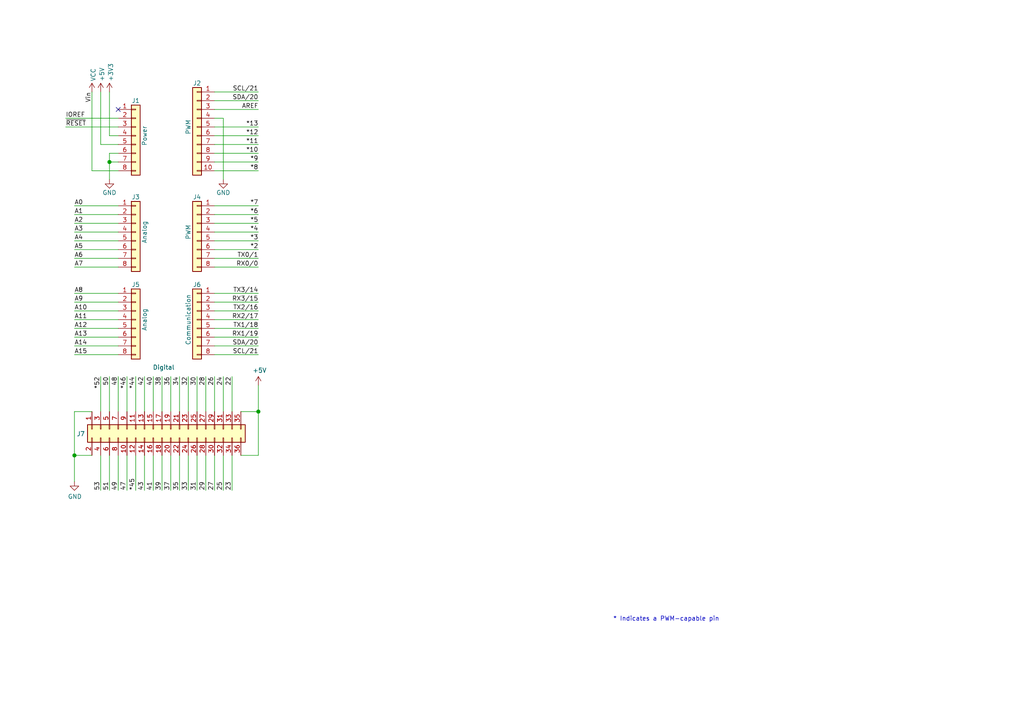
<source format=kicad_sch>
(kicad_sch (version 20231120) (generator "eeschema") (generator_version "8.0")
  (paper "A4")
  (title_block (date "mar. 31 mars 2015"))
  (lib_symbols
    (symbol "Connector_Generic:Conn_01x08" (pin_names (offset 1.016) hide)
      (property "Reference" "J" (at 0 10.16 0))
      (property "Value" "Conn_01x08" (at 0 -12.7 0))
      (symbol "Conn_01x08_1_1"
        (rectangle (start -1.27 -10.033) (end 0 -10.287) (stroke (width 0.1524)))
        (rectangle (start -1.27 -7.493) (end 0 -7.747) (stroke (width 0.1524)))
        (rectangle (start -1.27 -4.953) (end 0 -5.207) (stroke (width 0.1524)))
        (rectangle (start -1.27 -2.413) (end 0 -2.667) (stroke (width 0.1524)))
        (rectangle (start -1.27 0.127) (end 0 -0.127) (stroke (width 0.1524)))
        (rectangle (start -1.27 2.667) (end 0 2.413) (stroke (width 0.1524)))
        (rectangle (start -1.27 5.207) (end 0 4.953) (stroke (width 0.1524)))
        (rectangle (start -1.27 7.747) (end 0 7.493) (stroke (width 0.1524)))
        (rectangle (start -1.27 8.89) (end 1.27 -11.43) (stroke (width 0.254)) (fill (type background)))
        (pin passive line (at -5.08 7.62 0) (length 3.81) (name "Pin_1") (number "1"))
        (pin passive line (at -5.08 5.08 0) (length 3.81) (name "Pin_2") (number "2"))
        (pin passive line (at -5.08 2.54 0) (length 3.81) (name "Pin_3") (number "3"))
        (pin passive line (at -5.08 0 0) (length 3.81) (name "Pin_4") (number "4"))
        (pin passive line (at -5.08 -2.54 0) (length 3.81) (name "Pin_5") (number "5"))
        (pin passive line (at -5.08 -5.08 0) (length 3.81) (name "Pin_6") (number "6"))
        (pin passive line (at -5.08 -7.62 0) (length 3.81) (name "Pin_7") (number "7"))
        (pin passive line (at -5.08 -10.16 0) (length 3.81) (name "Pin_8") (number "8"))
      )
    )
    (symbol "Connector_Generic:Conn_01x10" (pin_names (offset 1.016) hide)
      (property "Reference" "J" (at 0 12.7 0))
      (property "Value" "Conn_01x10" (at 0 -15.24 0))
      (symbol "Conn_01x10_1_1"
        (rectangle (start -1.27 -12.573) (end 0 -12.827) (stroke (width 0.1524)))
        (rectangle (start -1.27 -10.033) (end 0 -10.287) (stroke (width 0.1524)))
        (rectangle (start -1.27 -7.493) (end 0 -7.747) (stroke (width 0.1524)))
        (rectangle (start -1.27 -4.953) (end 0 -5.207) (stroke (width 0.1524)))
        (rectangle (start -1.27 -2.413) (end 0 -2.667) (stroke (width 0.1524)))
        (rectangle (start -1.27 0.127) (end 0 -0.127) (stroke (width 0.1524)))
        (rectangle (start -1.27 2.667) (end 0 2.413) (stroke (width 0.1524)))
        (rectangle (start -1.27 5.207) (end 0 4.953) (stroke (width 0.1524)))
        (rectangle (start -1.27 7.747) (end 0 7.493) (stroke (width 0.1524)))
        (rectangle (start -1.27 10.287) (end 0 10.033) (stroke (width 0.1524)))
        (rectangle (start -1.27 11.43) (end 1.27 -13.97) (stroke (width 0.254)) (fill (type background)))
        (pin passive line (at -5.08 10.16 0) (length 3.81) (name "Pin_1") (number "1"))
        (pin passive line (at -5.08 -12.7 0) (length 3.81) (name "Pin_10") (number "10"))
        (pin passive line (at -5.08 7.62 0) (length 3.81) (name "Pin_2") (number "2"))
        (pin passive line (at -5.08 5.08 0) (length 3.81) (name "Pin_3") (number "3"))
        (pin passive line (at -5.08 2.54 0) (length 3.81) (name "Pin_4") (number "4"))
        (pin passive line (at -5.08 0 0) (length 3.81) (name "Pin_5") (number "5"))
        (pin passive line (at -5.08 -2.54 0) (length 3.81) (name "Pin_6") (number "6"))
        (pin passive line (at -5.08 -5.08 0) (length 3.81) (name "Pin_7") (number "7"))
        (pin passive line (at -5.08 -7.62 0) (length 3.81) (name "Pin_8") (number "8"))
        (pin passive line (at -5.08 -10.16 0) (length 3.81) (name "Pin_9") (number "9"))
      )
    )
    (symbol "Connector_Generic:Conn_02x18_Odd_Even" (pin_names (offset 1.016) hide)
      (property "Reference" "J" (at 1.27 22.86 0))
      (property "Value" "Conn_02x18_Odd_Even" (at 1.27 -25.4 0))
      (symbol "Conn_02x18_Odd_Even_1_1"
        (rectangle (start -1.27 -22.733) (end 0 -22.987) (stroke (width 0.1524)))
        (rectangle (start -1.27 -20.193) (end 0 -20.447) (stroke (width 0.1524)))
        (rectangle (start -1.27 -17.653) (end 0 -17.907) (stroke (width 0.1524)))
        (rectangle (start -1.27 -15.113) (end 0 -15.367) (stroke (width 0.1524)))
        (rectangle (start -1.27 -12.573) (end 0 -12.827) (stroke (width 0.1524)))
        (rectangle (start -1.27 -10.033) (end 0 -10.287) (stroke (width 0.1524)))
        (rectangle (start -1.27 -7.493) (end 0 -7.747) (stroke (width 0.1524)))
        (rectangle (start -1.27 -4.953) (end 0 -5.207) (stroke (width 0.1524)))
        (rectangle (start -1.27 -2.413) (end 0 -2.667) (stroke (width 0.1524)))
        (rectangle (start -1.27 0.127) (end 0 -0.127) (stroke (width 0.1524)))
        (rectangle (start -1.27 2.667) (end 0 2.413) (stroke (width 0.1524)))
        (rectangle (start -1.27 5.207) (end 0 4.953) (stroke (width 0.1524)))
        (rectangle (start -1.27 7.747) (end 0 7.493) (stroke (width 0.1524)))
        (rectangle (start -1.27 10.287) (end 0 10.033) (stroke (width 0.1524)))
        (rectangle (start -1.27 12.827) (end 0 12.573) (stroke (width 0.1524)))
        (rectangle (start -1.27 15.367) (end 0 15.113) (stroke (width 0.1524)))
        (rectangle (start -1.27 17.907) (end 0 17.653) (stroke (width 0.1524)))
        (rectangle (start -1.27 20.447) (end 0 20.193) (stroke (width 0.1524)))
        (rectangle (start -1.27 21.59) (end 3.81 -24.13) (stroke (width 0.254)) (fill (type background)))
        (rectangle (start 3.81 -22.733) (end 2.54 -22.987) (stroke (width 0.1524)))
        (rectangle (start 3.81 -20.193) (end 2.54 -20.447) (stroke (width 0.1524)))
        (rectangle (start 3.81 -17.653) (end 2.54 -17.907) (stroke (width 0.1524)))
        (rectangle (start 3.81 -15.113) (end 2.54 -15.367) (stroke (width 0.1524)))
        (rectangle (start 3.81 -12.573) (end 2.54 -12.827) (stroke (width 0.1524)))
        (rectangle (start 3.81 -10.033) (end 2.54 -10.287) (stroke (width 0.1524)))
        (rectangle (start 3.81 -7.493) (end 2.54 -7.747) (stroke (width 0.1524)))
        (rectangle (start 3.81 -4.953) (end 2.54 -5.207) (stroke (width 0.1524)))
        (rectangle (start 3.81 -2.413) (end 2.54 -2.667) (stroke (width 0.1524)))
        (rectangle (start 3.81 0.127) (end 2.54 -0.127) (stroke (width 0.1524)))
        (rectangle (start 3.81 2.667) (end 2.54 2.413) (stroke (width 0.1524)))
        (rectangle (start 3.81 5.207) (end 2.54 4.953) (stroke (width 0.1524)))
        (rectangle (start 3.81 7.747) (end 2.54 7.493) (stroke (width 0.1524)))
        (rectangle (start 3.81 10.287) (end 2.54 10.033) (stroke (width 0.1524)))
        (rectangle (start 3.81 12.827) (end 2.54 12.573) (stroke (width 0.1524)))
        (rectangle (start 3.81 15.367) (end 2.54 15.113) (stroke (width 0.1524)))
        (rectangle (start 3.81 17.907) (end 2.54 17.653) (stroke (width 0.1524)))
        (rectangle (start 3.81 20.447) (end 2.54 20.193) (stroke (width 0.1524)))
        (pin passive line (at -5.08 20.32 0) (length 3.81) (name "Pin_1") (number "1"))
        (pin passive line (at 7.62 10.16 180) (length 3.81) (name "Pin_10") (number "10"))
        (pin passive line (at -5.08 7.62 0) (length 3.81) (name "Pin_11") (number "11"))
        (pin passive line (at 7.62 7.62 180) (length 3.81) (name "Pin_12") (number "12"))
        (pin passive line (at -5.08 5.08 0) (length 3.81) (name "Pin_13") (number "13"))
        (pin passive line (at 7.62 5.08 180) (length 3.81) (name "Pin_14") (number "14"))
        (pin passive line (at -5.08 2.54 0) (length 3.81) (name "Pin_15") (number "15"))
        (pin passive line (at 7.62 2.54 180) (length 3.81) (name "Pin_16") (number "16"))
        (pin passive line (at -5.08 0 0) (length 3.81) (name "Pin_17") (number "17"))
        (pin passive line (at 7.62 0 180) (length 3.81) (name "Pin_18") (number "18"))
        (pin passive line (at -5.08 -2.54 0) (length 3.81) (name "Pin_19") (number "19"))
        (pin passive line (at 7.62 20.32 180) (length 3.81) (name "Pin_2") (number "2"))
        (pin passive line (at 7.62 -2.54 180) (length 3.81) (name "Pin_20") (number "20"))
        (pin passive line (at -5.08 -5.08 0) (length 3.81) (name "Pin_21") (number "21"))
        (pin passive line (at 7.62 -5.08 180) (length 3.81) (name "Pin_22") (number "22"))
        (pin passive line (at -5.08 -7.62 0) (length 3.81) (name "Pin_23") (number "23"))
        (pin passive line (at 7.62 -7.62 180) (length 3.81) (name "Pin_24") (number "24"))
        (pin passive line (at -5.08 -10.16 0) (length 3.81) (name "Pin_25") (number "25"))
        (pin passive line (at 7.62 -10.16 180) (length 3.81) (name "Pin_26") (number "26"))
        (pin passive line (at -5.08 -12.7 0) (length 3.81) (name "Pin_27") (number "27"))
        (pin passive line (at 7.62 -12.7 180) (length 3.81) (name "Pin_28") (number "28"))
        (pin passive line (at -5.08 -15.24 0) (length 3.81) (name "Pin_29") (number "29"))
        (pin passive line (at -5.08 17.78 0) (length 3.81) (name "Pin_3") (number "3"))
        (pin passive line (at 7.62 -15.24 180) (length 3.81) (name "Pin_30") (number "30"))
        (pin passive line (at -5.08 -17.78 0) (length 3.81) (name "Pin_31") (number "31"))
        (pin passive line (at 7.62 -17.78 180) (length 3.81) (name "Pin_32") (number "32"))
        (pin passive line (at -5.08 -20.32 0) (length 3.81) (name "Pin_33") (number "33"))
        (pin passive line (at 7.62 -20.32 180) (length 3.81) (name "Pin_34") (number "34"))
        (pin passive line (at -5.08 -22.86 0) (length 3.81) (name "Pin_35") (number "35"))
        (pin passive line (at 7.62 -22.86 180) (length 3.81) (name "Pin_36") (number "36"))
        (pin passive line (at 7.62 17.78 180) (length 3.81) (name "Pin_4") (number "4"))
        (pin passive line (at -5.08 15.24 0) (length 3.81) (name "Pin_5") (number "5"))
        (pin passive line (at 7.62 15.24 180) (length 3.81) (name "Pin_6") (number "6"))
        (pin passive line (at -5.08 12.7 0) (length 3.81) (name "Pin_7") (number "7"))
        (pin passive line (at 7.62 12.7 180) (length 3.81) (name "Pin_8") (number "8"))
        (pin passive line (at -5.08 10.16 0) (length 3.81) (name "Pin_9") (number "9"))
      )
    )
    (symbol "power:+3V3" (power) (pin_names (offset 0))
      (property "Value" "+3V3" (at 0 3.556 0))
      (symbol "+3V3_0_1"
        (polyline (pts (xy -0.762 1.27) (xy 0 2.54)))
        (polyline (pts (xy 0 0) (xy 0 2.54)))
        (polyline (pts (xy 0 2.54) (xy 0.762 1.27)))
      )
      (symbol "+3V3_1_1"
        (pin power_in line (at 0 0 90) (length 0) hide (name "+3V3") (number "1"))
      )
    )
    (symbol "power:+5V" (power) (pin_names (offset 0))
      (property "Value" "+5V" (at 0 3.556 0))
      (symbol "+5V_0_1"
        (polyline (pts (xy -0.762 1.27) (xy 0 2.54)))
        (polyline (pts (xy 0 0) (xy 0 2.54)))
        (polyline (pts (xy 0 2.54) (xy 0.762 1.27)))
      )
      (symbol "+5V_1_1"
        (pin power_in line (at 0 0 90) (length 0) hide (name "+5V") (number "1"))
      )
    )
    (symbol "power:GND" (power) (pin_names (offset 0))
      (property "Value" "GND" (at 0 -3.81 0))
      (symbol "GND_0_1"
        (polyline (pts (xy 0 0) (xy 0 -1.27) (xy 1.27 -1.27) (xy 0 -2.54) (xy -1.27 -1.27) (xy 0 -1.27)))
      )
      (symbol "GND_1_1"
        (pin power_in line (at 0 0 270) (length 0) hide (name "GND") (number "1"))
      )
    )
    (symbol "power:VCC" (power) (pin_names (offset 0))
      (property "Value" "VCC" (at 0 3.81 0))
      (symbol "VCC_0_1"
        (polyline (pts (xy -0.762 1.27) (xy 0 2.54)))
        (polyline (pts (xy 0 0) (xy 0 2.54)))
        (polyline (pts (xy 0 2.54) (xy 0.762 1.27)))
      )
      (symbol "VCC_1_1"
        (pin power_in line (at 0 0 90) (length 0) hide (name "VCC") (number "1"))
      )
    )
  )
  (junction (at 21.59 132.08) (diameter 1.016))
  (junction (at 31.75 46.99) (diameter 1.016))
  (junction (at 74.93 119.38) (diameter 1.016))
  (no_connect (at 34.29 31.75))
  (wire (pts (xy 62.23 77.47) (xy 74.93 77.47)))
  (wire (pts (xy 21.59 77.47) (xy 34.29 77.47)))
  (wire (pts (xy 62.23 44.45) (xy 74.93 44.45)))
  (wire (pts (xy 44.45 109.22) (xy 44.45 119.38)))
  (wire (pts (xy 62.23 26.67) (xy 74.93 26.67)))
  (wire (pts (xy 46.99 109.22) (xy 46.99 119.38)))
  (wire (pts (xy 74.93 119.38) (xy 74.93 132.08)))
  (wire (pts (xy 26.67 119.38) (xy 21.59 119.38)))
  (wire (pts (xy 62.23 90.17) (xy 74.93 90.17)))
  (wire (pts (xy 31.75 44.45) (xy 31.75 46.99)))
  (wire (pts (xy 49.53 132.08) (xy 49.53 142.24)))
  (wire (pts (xy 21.59 72.39) (xy 34.29 72.39)))
  (wire (pts (xy 54.61 109.22) (xy 54.61 119.38)))
  (wire (pts (xy 31.75 109.22) (xy 31.75 119.38)))
  (wire (pts (xy 67.31 109.22) (xy 67.31 119.38)))
  (wire (pts (xy 31.75 46.99) (xy 31.75 52.07)))
  (wire (pts (xy 62.23 132.08) (xy 62.23 142.24)))
  (wire (pts (xy 31.75 39.37) (xy 34.29 39.37)))
  (wire (pts (xy 41.91 109.22) (xy 41.91 119.38)))
  (wire (pts (xy 29.21 41.91) (xy 34.29 41.91)))
  (wire (pts (xy 52.07 132.08) (xy 52.07 142.24)))
  (wire (pts (xy 29.21 26.67) (xy 29.21 41.91)))
  (wire (pts (xy 21.59 102.87) (xy 34.29 102.87)))
  (wire (pts (xy 36.83 132.08) (xy 36.83 142.24)))
  (wire (pts (xy 59.69 132.08) (xy 59.69 142.24)))
  (wire (pts (xy 62.23 36.83) (xy 74.93 36.83)))
  (wire (pts (xy 31.75 26.67) (xy 31.75 39.37)))
  (wire (pts (xy 62.23 59.69) (xy 74.93 59.69)))
  (wire (pts (xy 34.29 59.69) (xy 21.59 59.69)))
  (wire (pts (xy 62.23 39.37) (xy 74.93 39.37)))
  (wire (pts (xy 34.29 100.33) (xy 21.59 100.33)))
  (wire (pts (xy 62.23 62.23) (xy 74.93 62.23)))
  (wire (pts (xy 62.23 97.79) (xy 74.93 97.79)))
  (wire (pts (xy 52.07 109.22) (xy 52.07 119.38)))
  (wire (pts (xy 21.59 119.38) (xy 21.59 132.08)))
  (wire (pts (xy 36.83 109.22) (xy 36.83 119.38)))
  (wire (pts (xy 26.67 132.08) (xy 21.59 132.08)))
  (wire (pts (xy 62.23 46.99) (xy 74.93 46.99)))
  (wire (pts (xy 59.69 109.22) (xy 59.69 119.38)))
  (wire (pts (xy 57.15 109.22) (xy 57.15 119.38)))
  (wire (pts (xy 39.37 132.08) (xy 39.37 142.24)))
  (wire (pts (xy 57.15 132.08) (xy 57.15 142.24)))
  (wire (pts (xy 34.29 132.08) (xy 34.29 142.24)))
  (wire (pts (xy 64.77 109.22) (xy 64.77 119.38)))
  (wire (pts (xy 62.23 67.31) (xy 74.93 67.31)))
  (wire (pts (xy 44.45 132.08) (xy 44.45 142.24)))
  (wire (pts (xy 39.37 109.22) (xy 39.37 119.38)))
  (wire (pts (xy 19.05 34.29) (xy 34.29 34.29)))
  (wire (pts (xy 62.23 87.63) (xy 74.93 87.63)))
  (wire (pts (xy 74.93 111.76) (xy 74.93 119.38)))
  (wire (pts (xy 64.77 34.29) (xy 64.77 52.07)))
  (wire (pts (xy 62.23 102.87) (xy 74.93 102.87)))
  (wire (pts (xy 62.23 31.75) (xy 74.93 31.75)))
  (wire (pts (xy 69.85 119.38) (xy 74.93 119.38)))
  (wire (pts (xy 62.23 95.25) (xy 74.93 95.25)))
  (wire (pts (xy 21.59 92.71) (xy 34.29 92.71)))
  (wire (pts (xy 34.29 64.77) (xy 21.59 64.77)))
  (wire (pts (xy 19.05 36.83) (xy 34.29 36.83)))
  (wire (pts (xy 62.23 85.09) (xy 74.93 85.09)))
  (wire (pts (xy 34.29 46.99) (xy 31.75 46.99)))
  (wire (pts (xy 34.29 49.53) (xy 26.67 49.53)))
  (wire (pts (xy 29.21 109.22) (xy 29.21 119.38)))
  (wire (pts (xy 21.59 62.23) (xy 34.29 62.23)))
  (wire (pts (xy 31.75 132.08) (xy 31.75 142.24)))
  (wire (pts (xy 54.61 132.08) (xy 54.61 142.24)))
  (wire (pts (xy 34.29 90.17) (xy 21.59 90.17)))
  (wire (pts (xy 29.21 132.08) (xy 29.21 142.24)))
  (wire (pts (xy 62.23 92.71) (xy 74.93 92.71)))
  (wire (pts (xy 62.23 34.29) (xy 64.77 34.29)))
  (wire (pts (xy 46.99 132.08) (xy 46.99 142.24)))
  (wire (pts (xy 34.29 44.45) (xy 31.75 44.45)))
  (wire (pts (xy 21.59 97.79) (xy 34.29 97.79)))
  (wire (pts (xy 62.23 109.22) (xy 62.23 119.38)))
  (wire (pts (xy 62.23 41.91) (xy 74.93 41.91)))
  (wire (pts (xy 49.53 109.22) (xy 49.53 119.38)))
  (wire (pts (xy 21.59 87.63) (xy 34.29 87.63)))
  (wire (pts (xy 62.23 64.77) (xy 74.93 64.77)))
  (wire (pts (xy 21.59 67.31) (xy 34.29 67.31)))
  (wire (pts (xy 34.29 109.22) (xy 34.29 119.38)))
  (wire (pts (xy 62.23 100.33) (xy 74.93 100.33)))
  (wire (pts (xy 74.93 132.08) (xy 69.85 132.08)))
  (wire (pts (xy 34.29 85.09) (xy 21.59 85.09)))
  (wire (pts (xy 67.31 132.08) (xy 67.31 142.24)))
  (wire (pts (xy 62.23 29.21) (xy 74.93 29.21)))
  (wire (pts (xy 64.77 132.08) (xy 64.77 142.24)))
  (wire (pts (xy 62.23 72.39) (xy 74.93 72.39)))
  (wire (pts (xy 62.23 69.85) (xy 74.93 69.85)))
  (wire (pts (xy 41.91 132.08) (xy 41.91 142.24)))
  (wire (pts (xy 62.23 74.93) (xy 74.93 74.93)))
  (wire (pts (xy 34.29 95.25) (xy 21.59 95.25)))
  (wire (pts (xy 26.67 49.53) (xy 26.67 26.67)))
  (wire (pts (xy 21.59 132.08) (xy 21.59 139.7)))
  (wire (pts (xy 34.29 74.93) (xy 21.59 74.93)))
  (wire (pts (xy 34.29 69.85) (xy 21.59 69.85)))
  (wire (pts (xy 62.23 49.53) (xy 74.93 49.53)))
  (text "* Indicates a PWM-capable pin" (at 177.8 180.34 0) (effects (font (size 1.27 1.27)) (justify left bottom)))
  (label "A10" (at 21.59 90.17 0))
  (label "RX0{slash}0" (at 74.93 77.47 180))
  (label "A15" (at 21.59 102.87 0))
  (label "A2" (at 21.59 64.77 0))
  (label "RX2{slash}17" (at 74.93 92.71 180))
  (label "*4" (at 74.93 67.31 180))
  (label "SDA{slash}20" (at 74.93 100.33 180))
  (label "26" (at 62.23 109.22 270))
  (label "31" (at 57.15 142.24 90))
  (label "22" (at 67.31 109.22 270))
  (label "33" (at 54.61 142.24 90))
  (label "36" (at 49.53 109.22 270))
  (label "*2" (at 74.93 72.39 180))
  (label "TX1{slash}18" (at 74.93 95.25 180))
  (label "*44" (at 39.37 109.22 270))
  (label "A3" (at 21.59 67.31 0))
  (label "*13" (at 74.93 36.83 180))
  (label "*52" (at 29.21 109.22 270))
  (label "*12" (at 74.93 39.37 180))
  (label "40" (at 44.45 109.22 270))
  (label "~{RESET}" (at 19.05 36.83 0))
  (label "35" (at 52.07 142.24 90))
  (label "*10" (at 74.93 44.45 180))
  (label "28" (at 59.69 109.22 270))
  (label "23" (at 67.31 142.24 90))
  (label "29" (at 59.69 142.24 90))
  (label "A13" (at 21.59 97.79 0))
  (label "41" (at 44.45 142.24 90))
  (label "30" (at 57.15 109.22 270))
  (label "47" (at 36.83 142.24 90))
  (label "34" (at 52.07 109.22 270))
  (label "*45" (at 39.37 142.24 90))
  (label "38" (at 46.99 109.22 270))
  (label "51" (at 31.75 142.24 90))
  (label "*7" (at 74.93 59.69 180))
  (label "SDA{slash}20" (at 74.93 29.21 180))
  (label "*8" (at 74.93 49.53 180))
  (label "A9" (at 21.59 87.63 0))
  (label "*11" (at 74.93 41.91 180))
  (label "*3" (at 74.93 69.85 180))
  (label "A6" (at 21.59 74.93 0))
  (label "42" (at 41.91 109.22 270))
  (label "A1" (at 21.59 62.23 0))
  (label "53" (at 29.21 142.24 90))
  (label "TX0{slash}1" (at 74.93 74.93 180))
  (label "24" (at 64.77 109.22 270))
  (label "RX1{slash}19" (at 74.93 97.79 180))
  (label "A0" (at 21.59 59.69 0))
  (label "AREF" (at 74.93 31.75 180))
  (label "A14" (at 21.59 100.33 0))
  (label "39" (at 46.99 142.24 90))
  (label "A8" (at 21.59 85.09 0))
  (label "Vin" (at 26.67 26.67 270))
  (label "27" (at 62.23 142.24 90))
  (label "37" (at 49.53 142.24 90))
  (label "25" (at 64.77 142.24 90))
  (label "*6" (at 74.93 62.23 180))
  (label "*46" (at 36.83 109.22 270))
  (label "SCL{slash}21" (at 74.93 26.67 180))
  (label "*9" (at 74.93 46.99 180))
  (label "50" (at 31.75 109.22 270))
  (label "TX2{slash}16" (at 74.93 90.17 180))
  (label "*5" (at 74.93 64.77 180))
  (label "IOREF" (at 19.05 34.29 0))
  (label "A7" (at 21.59 77.47 0))
  (label "A11" (at 21.59 92.71 0))
  (label "A4" (at 21.59 69.85 0))
  (label "49" (at 34.29 142.24 90))
  (label "A5" (at 21.59 72.39 0))
  (label "RX3{slash}15" (at 74.93 87.63 180))
  (label "TX3{slash}14" (at 74.93 85.09 180))
  (label "32" (at 54.61 109.22 270))
  (label "43" (at 41.91 142.24 90))
  (label "A12" (at 21.59 95.25 0))
  (label "SCL{slash}21" (at 74.93 102.87 180))
  (label "48" (at 34.29 109.22 270))
  (symbol (lib_id "Connector_Generic:Conn_01x08") (at 39.37 39.37 0) (unit 1)
    (property "Reference" "J1" (at 39.37 29.21 0))
    (property "Value" "Power" (at 41.91 39.37 90))
    (property "Footprint" "Connector_PinSocket_2.54mm:PinSocket_1x08_P2.54mm_Vertical" (effects (hide yes)))
  )
  (symbol (lib_id "power:+3V3") (at 31.75 26.67 0) (unit 1)
    (property "Reference" "#PWR03" (effects (hide yes)))
    (property "Value" "+3V3" (at 32.131 23.622 90) (effects (justify left)))
  )
  (symbol (lib_id "power:+5V") (at 29.21 26.67 0) (unit 1)
    (property "Reference" "#PWR02" (effects (hide yes)))
    (property "Value" "+5V" (at 29.5656 23.622 90) (effects (justify left)))
  )
  (symbol (lib_id "power:GND") (at 31.75 52.07 0) (unit 1)
    (property "Reference" "#PWR04" (effects (hide yes)))
    (property "Value" "GND" (at 31.75 55.88 0))
  )
  (symbol (lib_id "Connector_Generic:Conn_01x10") (at 57.15 36.83 0) (mirror y) (unit 1)
    (property "Reference" "J2" (at 57.15 24.13 0))
    (property "Value" "PWM" (at 54.61 36.83 90))
    (property "Footprint" "Connector_PinSocket_2.54mm:PinSocket_1x10_P2.54mm_Vertical" (effects (hide yes)))
  )
  (symbol (lib_id "power:GND") (at 64.77 52.07 0) (unit 1)
    (property "Reference" "#PWR05" (effects (hide yes)))
    (property "Value" "GND" (at 64.77 55.88 0))
  )
  (symbol (lib_id "Connector_Generic:Conn_01x08") (at 39.37 67.31 0) (unit 1)
    (property "Reference" "J3" (at 39.37 57.15 0))
    (property "Value" "Analog" (at 41.91 67.31 90))
    (property "Footprint" "Connector_PinSocket_2.54mm:PinSocket_1x08_P2.54mm_Vertical" (effects (hide yes)))
  )
  (symbol (lib_id "Connector_Generic:Conn_01x08") (at 57.15 67.31 0) (mirror y) (unit 1)
    (property "Reference" "J4" (at 57.15 57.15 0))
    (property "Value" "PWM" (at 54.61 67.31 90))
    (property "Footprint" "Connector_PinSocket_2.54mm:PinSocket_1x08_P2.54mm_Vertical" (effects (hide yes)))
  )
  (symbol (lib_id "Connector_Generic:Conn_01x08") (at 39.37 92.71 0) (unit 1)
    (property "Reference" "J5" (at 39.37 82.55 0))
    (property "Value" "Analog" (at 41.91 92.71 90))
    (property "Footprint" "Connector_PinSocket_2.54mm:PinSocket_1x08_P2.54mm_Vertical" (effects (hide yes)))
  )
  (symbol (lib_id "Connector_Generic:Conn_01x08") (at 57.15 92.71 0) (mirror y) (unit 1)
    (property "Reference" "J6" (at 57.15 82.55 0))
    (property "Value" "Communication" (at 54.61 92.71 90))
    (property "Footprint" "Connector_PinSocket_2.54mm:PinSocket_1x08_P2.54mm_Vertical" (effects (hide yes)))
  )
  (symbol (lib_id "Connector_Generic:Conn_02x18_Odd_Even") (at 46.99 124.46 90) (mirror x) (unit 1)
    (property "Reference" "J7" (at 24.6379 125.851 90) (effects (justify left)))
    (property "Value" "Digital" (at 47.498 106.553 90))
    (property "Footprint" "Connector_PinSocket_2.54mm:PinSocket_2x18_P2.54mm_Vertical" (effects (hide yes)))
  )
  (symbol (lib_id "power:GND") (at 21.59 139.7 0) (unit 1)
    (property "Reference" "#PWR07" (effects (hide yes)))
    (property "Value" "GND" (at 21.7043 144.024 0))
  )
  (symbol (lib_id "power:+5V") (at 74.93 111.76 0) (unit 1)
    (property "Reference" "#PWR06" (effects (hide yes)))
    (property "Value" "+5V" (at 75.2983 107.436 0))
  )
  (symbol (lib_id "power:VCC") (at 26.67 26.67 0) (unit 1)
    (property "Reference" "#PWR01" (effects (hide yes)))
    (property "Value" "VCC" (at 27.051 23.622 90) (effects (justify left)))
  )
)
</source>
